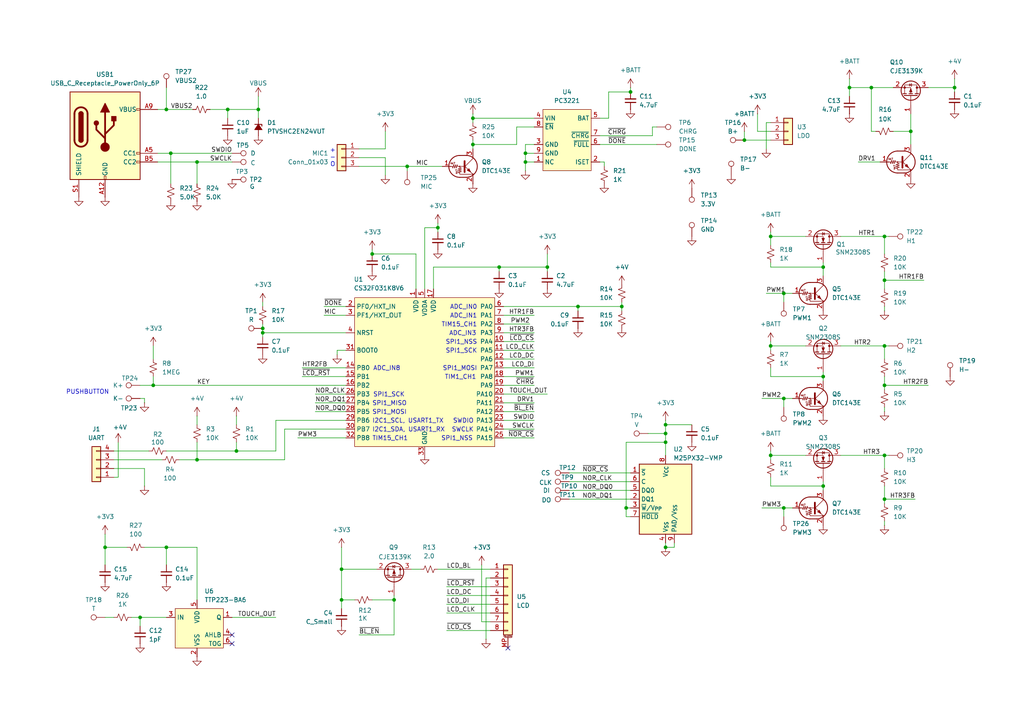
<source format=kicad_sch>
(kicad_sch (version 20250114) (generator "eeschema") (generator_version "9.0")
  (paper "A4")
  (text "SPI1_NSS" (at 138.43 99.314 0) (effects (font (size 1.27 1.27)) (justify right)))
  (text "I2C1_SCL, USART1_TX" (at 107.95 122.174 0) (effects (font (size 1.27 1.27)) (justify left)))
  (text "SPI1_SCK" (at 138.43 101.854 0) (effects (font (size 1.27 1.27)) (justify right)))
  (text "SWDIO" (at 137.414 122.174 0) (effects (font (size 1.27 1.27)) (justify right)))
  (text "SPI1_NSS" (at 137.16 127.254 0) (effects (font (size 1.27 1.27)) (justify right)))
  (text "ADC_IN1" (at 138.43 91.694 0) (effects (font (size 1.27 1.27)) (justify right)))
  (text "SPI1_MOSI" (at 107.95 119.634 0) (effects (font (size 1.27 1.27)) (justify left)))
  (text "SPI1_SCK" (at 108.204 114.554 0) (effects (font (size 1.27 1.27)) (justify left)))
  (text "I2C1_SDA, USART1_RX" (at 107.95 124.714 0) (effects (font (size 1.27 1.27)) (justify left)))
  (text "SPI1_MISO" (at 107.95 117.094 0) (effects (font (size 1.27 1.27)) (justify left)))
  (text "TIM1_CH1" (at 138.176 109.474 0) (effects (font (size 1.27 1.27)) (justify right)))
  (text "TIM15_CH1" (at 138.43 94.234 0) (effects (font (size 1.27 1.27)) (justify right)))
  (text "PUSHBUTTON" (at 25.4 113.792 0) (effects (font (size 1.27 1.27))))
  (text "SWCLK" (at 137.414 124.714 0) (effects (font (size 1.27 1.27)) (justify right)))
  (text "ADC_IN0" (at 138.43 89.154 0) (effects (font (size 1.27 1.27)) (justify right)))
  (text "TIM15_CH1" (at 107.95 127.254 0) (effects (font (size 1.27 1.27)) (justify left)))
  (text "ADC_IN8" (at 108.204 106.934 0) (effects (font (size 1.27 1.27)) (justify left)))
  (text "SPI1_MOSI" (at 138.43 106.934 0) (effects (font (size 1.27 1.27)) (justify right)))
  (text "ADC_IN3" (at 138.176 96.774 0) (effects (font (size 1.27 1.27)) (justify right)))
  (text "+\n-\nO" (at 96.52 45.72 0) (effects (font (size 1.27 1.27))))
  (junction (at 227.33 115.57))
  (junction (at 256.54 68.58))
  (junction (at 252.73 25.4))
  (junction (at 68.58 130.81))
  (junction (at 193.04 158.75))
  (junction (at 181.61 147.32))
  (junction (at 114.3 173.99))
  (junction (at 40.64 179.07))
  (junction (at 107.95 73.66))
  (junction (at 99.06 173.99))
  (junction (at 152.4 44.45))
  (junction (at 118.11 48.26))
  (junction (at 76.2 95.25))
  (junction (at 182.88 26.67))
  (junction (at 246.38 25.4))
  (junction (at 256.54 81.28))
  (junction (at 99.06 165.1))
  (junction (at 57.15 46.99))
  (junction (at 256.54 144.78))
  (junction (at 48.26 158.75))
  (junction (at 66.04 31.75))
  (junction (at 223.52 100.33))
  (junction (at 76.2 96.52))
  (junction (at 238.76 140.97))
  (junction (at 238.76 77.47))
  (junction (at 74.93 31.75))
  (junction (at 223.52 132.08))
  (junction (at 44.45 111.76))
  (junction (at 144.78 77.47))
  (junction (at 227.33 85.09))
  (junction (at 137.16 41.91))
  (junction (at 30.48 158.75))
  (junction (at 256.54 132.08))
  (junction (at 49.53 44.45))
  (junction (at 137.16 34.29))
  (junction (at 152.4 46.99))
  (junction (at 193.04 128.27))
  (junction (at 193.04 123.19))
  (junction (at 180.34 88.9))
  (junction (at 238.76 109.22))
  (junction (at 215.9 40.64))
  (junction (at 276.86 25.4))
  (junction (at 227.33 147.32))
  (junction (at 167.64 88.9))
  (junction (at 256.54 111.76))
  (junction (at 57.15 133.35))
  (junction (at 158.75 77.47))
  (junction (at 48.26 31.75))
  (junction (at 127 66.04))
  (junction (at 256.54 100.33))
  (junction (at 193.04 125.73))
  (junction (at 223.52 68.58))
  (junction (at 264.16 38.1))
  (no_connect (at 147.32 187.96))
  (no_connect (at 67.31 186.69))
  (no_connect (at 67.31 184.15))
  (wire (pts (xy 227.33 115.57) (xy 227.33 118.11)))
  (wire (pts (xy 193.04 125.73) (xy 193.04 128.27)))
  (wire (pts (xy 243.84 132.08) (xy 256.54 132.08)))
  (wire (pts (xy 102.87 173.99) (xy 99.06 173.99)))
  (wire (pts (xy 223.52 71.12) (xy 223.52 68.58)))
  (wire (pts (xy 41.91 116.84) (xy 41.91 115.57)))
  (wire (pts (xy 146.05 109.22) (xy 154.94 109.22)))
  (wire (pts (xy 182.88 25.4) (xy 182.88 26.67)))
  (wire (pts (xy 149.86 41.91) (xy 137.16 41.91)))
  (wire (pts (xy 49.53 44.45) (xy 67.31 44.45)))
  (wire (pts (xy 140.97 185.42) (xy 140.97 167.64)))
  (wire (pts (xy 74.93 31.75) (xy 66.04 31.75)))
  (wire (pts (xy 127 67.31) (xy 127 66.04)))
  (wire (pts (xy 68.58 120.65) (xy 68.58 123.19)))
  (wire (pts (xy 222.25 85.09) (xy 227.33 85.09)))
  (wire (pts (xy 215.9 38.1) (xy 215.9 40.64)))
  (wire (pts (xy 181.61 147.32) (xy 181.61 128.27)))
  (wire (pts (xy 165.1 144.78) (xy 182.88 144.78)))
  (wire (pts (xy 256.54 144.78) (xy 256.54 146.05)))
  (wire (pts (xy 80.01 179.07) (xy 67.31 179.07)))
  (wire (pts (xy 223.52 38.1) (xy 219.71 38.1)))
  (wire (pts (xy 193.04 123.19) (xy 200.66 123.19)))
  (wire (pts (xy 99.06 165.1) (xy 109.22 165.1)))
  (wire (pts (xy 227.33 147.32) (xy 229.87 147.32)))
  (wire (pts (xy 181.61 128.27) (xy 193.04 128.27)))
  (wire (pts (xy 256.54 132.08) (xy 256.54 135.89)))
  (wire (pts (xy 137.16 33.02) (xy 137.16 34.29)))
  (wire (pts (xy 129.54 177.8) (xy 142.24 177.8)))
  (wire (pts (xy 149.86 36.83) (xy 149.86 41.91)))
  (wire (pts (xy 243.84 100.33) (xy 256.54 100.33)))
  (wire (pts (xy 152.4 46.99) (xy 152.4 49.53)))
  (wire (pts (xy 256.54 81.28) (xy 267.97 81.28)))
  (wire (pts (xy 45.72 31.75) (xy 48.26 31.75)))
  (wire (pts (xy 121.92 165.1) (xy 119.38 165.1)))
  (wire (pts (xy 223.52 76.2) (xy 223.52 77.47)))
  (wire (pts (xy 187.96 125.73) (xy 193.04 125.73)))
  (wire (pts (xy 111.76 38.1) (xy 111.76 43.18)))
  (wire (pts (xy 48.26 25.4) (xy 48.26 31.75)))
  (wire (pts (xy 180.34 88.9) (xy 167.64 88.9)))
  (wire (pts (xy 193.04 123.19) (xy 193.04 125.73)))
  (wire (pts (xy 146.05 104.14) (xy 154.94 104.14)))
  (wire (pts (xy 256.54 151.13) (xy 256.54 152.4)))
  (wire (pts (xy 176.53 26.67) (xy 176.53 34.29)))
  (wire (pts (xy 158.75 73.66) (xy 158.75 77.47)))
  (wire (pts (xy 30.48 154.94) (xy 30.48 158.75)))
  (wire (pts (xy 276.86 26.67) (xy 276.86 25.4)))
  (wire (pts (xy 74.93 34.29) (xy 74.93 31.75)))
  (wire (pts (xy 257.81 68.58) (xy 256.54 68.58)))
  (wire (pts (xy 223.52 100.33) (xy 223.52 101.6)))
  (wire (pts (xy 76.2 95.25) (xy 76.2 96.52)))
  (wire (pts (xy 93.98 91.44) (xy 100.33 91.44)))
  (wire (pts (xy 154.94 41.91) (xy 152.4 41.91)))
  (wire (pts (xy 223.52 99.06) (xy 223.52 100.33)))
  (wire (pts (xy 99.06 158.75) (xy 99.06 165.1)))
  (wire (pts (xy 57.15 133.35) (xy 52.07 133.35)))
  (wire (pts (xy 246.38 22.86) (xy 246.38 25.4)))
  (wire (pts (xy 220.98 115.57) (xy 227.33 115.57)))
  (wire (pts (xy 40.64 115.57) (xy 41.91 115.57)))
  (wire (pts (xy 173.99 41.91) (xy 190.5 41.91)))
  (wire (pts (xy 120.65 73.66) (xy 120.65 83.82)))
  (wire (pts (xy 80.01 130.81) (xy 80.01 121.92)))
  (wire (pts (xy 248.92 46.99) (xy 255.27 46.99)))
  (wire (pts (xy 30.48 158.75) (xy 30.48 163.83)))
  (wire (pts (xy 222.25 35.56) (xy 222.25 43.18)))
  (wire (pts (xy 87.63 109.22) (xy 100.33 109.22)))
  (wire (pts (xy 104.14 184.15) (xy 114.3 184.15)))
  (wire (pts (xy 34.29 128.27) (xy 34.29 138.43)))
  (wire (pts (xy 144.78 77.47) (xy 158.75 77.47)))
  (wire (pts (xy 256.54 100.33) (xy 257.81 100.33)))
  (wire (pts (xy 256.54 109.22) (xy 256.54 111.76)))
  (wire (pts (xy 146.05 116.84) (xy 154.94 116.84)))
  (wire (pts (xy 44.45 100.33) (xy 44.45 104.14)))
  (wire (pts (xy 129.54 172.72) (xy 142.24 172.72)))
  (wire (pts (xy 48.26 158.75) (xy 57.15 158.75)))
  (wire (pts (xy 40.64 111.76) (xy 44.45 111.76)))
  (wire (pts (xy 256.54 140.97) (xy 256.54 144.78)))
  (wire (pts (xy 46.99 133.35) (xy 33.02 133.35)))
  (wire (pts (xy 256.54 132.08) (xy 257.81 132.08)))
  (wire (pts (xy 68.58 130.81) (xy 48.26 130.81)))
  (wire (pts (xy 238.76 109.22) (xy 223.52 109.22)))
  (wire (pts (xy 227.33 85.09) (xy 227.33 87.63)))
  (wire (pts (xy 87.63 106.68) (xy 100.33 106.68)))
  (wire (pts (xy 100.33 101.6) (xy 97.79 101.6)))
  (wire (pts (xy 264.16 38.1) (xy 264.16 41.91)))
  (wire (pts (xy 146.05 99.06) (xy 154.94 99.06)))
  (wire (pts (xy 66.04 34.29) (xy 66.04 31.75)))
  (wire (pts (xy 129.54 182.88) (xy 142.24 182.88)))
  (wire (pts (xy 137.16 41.91) (xy 137.16 43.18)))
  (wire (pts (xy 195.58 157.48) (xy 195.58 158.75)))
  (wire (pts (xy 252.73 38.1) (xy 252.73 25.4)))
  (wire (pts (xy 57.15 128.27) (xy 57.15 133.35)))
  (wire (pts (xy 76.2 93.98) (xy 76.2 95.25)))
  (wire (pts (xy 57.15 133.35) (xy 82.55 133.35)))
  (wire (pts (xy 220.98 147.32) (xy 227.33 147.32)))
  (wire (pts (xy 49.53 44.45) (xy 49.53 53.34)))
  (wire (pts (xy 223.52 133.35) (xy 223.52 132.08)))
  (wire (pts (xy 264.16 38.1) (xy 264.16 33.02)))
  (wire (pts (xy 223.52 67.31) (xy 223.52 68.58)))
  (wire (pts (xy 256.54 68.58) (xy 256.54 73.66)))
  (wire (pts (xy 223.52 77.47) (xy 238.76 77.47)))
  (wire (pts (xy 118.11 48.26) (xy 128.27 48.26)))
  (wire (pts (xy 246.38 25.4) (xy 252.73 25.4)))
  (wire (pts (xy 256.54 118.11) (xy 256.54 119.38)))
  (wire (pts (xy 48.26 158.75) (xy 41.91 158.75)))
  (wire (pts (xy 193.04 158.75) (xy 193.04 157.48)))
  (wire (pts (xy 223.52 138.43) (xy 223.52 140.97)))
  (wire (pts (xy 40.64 181.61) (xy 40.64 179.07)))
  (wire (pts (xy 227.33 115.57) (xy 229.87 115.57)))
  (wire (pts (xy 33.02 179.07) (xy 30.48 179.07)))
  (wire (pts (xy 146.05 127) (xy 154.94 127)))
  (wire (pts (xy 80.01 121.92) (xy 100.33 121.92)))
  (wire (pts (xy 154.94 36.83) (xy 149.86 36.83)))
  (wire (pts (xy 254 38.1) (xy 252.73 38.1)))
  (wire (pts (xy 256.54 78.74) (xy 256.54 81.28)))
  (wire (pts (xy 44.45 111.76) (xy 100.33 111.76)))
  (wire (pts (xy 256.54 81.28) (xy 256.54 83.82)))
  (wire (pts (xy 227.33 85.09) (xy 229.87 85.09)))
  (wire (pts (xy 223.52 132.08) (xy 233.68 132.08)))
  (wire (pts (xy 193.04 158.75) (xy 195.58 158.75)))
  (wire (pts (xy 139.7 163.83) (xy 139.7 180.34)))
  (wire (pts (xy 36.83 158.75) (xy 30.48 158.75)))
  (wire (pts (xy 100.33 119.38) (xy 91.44 119.38)))
  (wire (pts (xy 146.05 124.46) (xy 154.94 124.46)))
  (wire (pts (xy 165.1 139.7) (xy 182.88 139.7)))
  (wire (pts (xy 165.1 142.24) (xy 182.88 142.24)))
  (wire (pts (xy 125.73 77.47) (xy 125.73 83.82)))
  (wire (pts (xy 165.1 137.16) (xy 182.88 137.16)))
  (wire (pts (xy 125.73 77.47) (xy 144.78 77.47)))
  (wire (pts (xy 146.05 119.38) (xy 154.94 119.38)))
  (wire (pts (xy 123.19 66.04) (xy 127 66.04)))
  (wire (pts (xy 190.5 36.83) (xy 189.23 36.83)))
  (wire (pts (xy 238.76 142.24) (xy 238.76 140.97)))
  (wire (pts (xy 111.76 45.72) (xy 104.14 45.72)))
  (wire (pts (xy 154.94 34.29) (xy 137.16 34.29)))
  (wire (pts (xy 74.93 27.94) (xy 74.93 31.75)))
  (wire (pts (xy 129.54 170.18) (xy 142.24 170.18)))
  (wire (pts (xy 38.1 179.07) (xy 40.64 179.07)))
  (wire (pts (xy 99.06 173.99) (xy 99.06 165.1)))
  (wire (pts (xy 152.4 44.45) (xy 154.94 44.45)))
  (wire (pts (xy 176.53 26.67) (xy 182.88 26.67)))
  (wire (pts (xy 243.84 68.58) (xy 256.54 68.58)))
  (wire (pts (xy 127 165.1) (xy 142.24 165.1)))
  (wire (pts (xy 80.01 130.81) (xy 68.58 130.81)))
  (wire (pts (xy 57.15 46.99) (xy 57.15 53.34)))
  (wire (pts (xy 100.33 127) (xy 86.36 127)))
  (wire (pts (xy 57.15 120.65) (xy 57.15 123.19)))
  (wire (pts (xy 259.08 38.1) (xy 264.16 38.1)))
  (wire (pts (xy 144.78 78.74) (xy 144.78 77.47)))
  (wire (pts (xy 152.4 44.45) (xy 152.4 46.99)))
  (wire (pts (xy 180.34 87.63) (xy 180.34 88.9)))
  (wire (pts (xy 34.29 138.43) (xy 33.02 138.43)))
  (wire (pts (xy 238.76 80.01) (xy 238.76 77.47)))
  (wire (pts (xy 100.33 114.3) (xy 91.44 114.3)))
  (wire (pts (xy 146.05 101.6) (xy 154.94 101.6)))
  (wire (pts (xy 99.06 173.99) (xy 99.06 176.53)))
  (wire (pts (xy 44.45 109.22) (xy 44.45 111.76)))
  (wire (pts (xy 45.72 44.45) (xy 49.53 44.45)))
  (wire (pts (xy 93.98 88.9) (xy 100.33 88.9)))
  (wire (pts (xy 238.76 139.7) (xy 238.76 140.97)))
  (wire (pts (xy 118.11 48.26) (xy 118.11 49.53)))
  (wire (pts (xy 256.54 111.76) (xy 256.54 113.03)))
  (wire (pts (xy 114.3 173.99) (xy 114.3 172.72)))
  (wire (pts (xy 114.3 173.99) (xy 107.95 173.99)))
  (wire (pts (xy 223.52 35.56) (xy 222.25 35.56)))
  (wire (pts (xy 76.2 96.52) (xy 100.33 96.52)))
  (wire (pts (xy 175.26 48.26) (xy 175.26 46.99)))
  (wire (pts (xy 41.91 135.89) (xy 41.91 140.97)))
  (wire (pts (xy 146.05 106.68) (xy 154.94 106.68)))
  (wire (pts (xy 114.3 184.15) (xy 114.3 173.99)))
  (wire (pts (xy 256.54 100.33) (xy 256.54 104.14)))
  (wire (pts (xy 182.88 149.86) (xy 181.61 149.86)))
  (wire (pts (xy 68.58 128.27) (xy 68.58 130.81)))
  (wire (pts (xy 146.05 88.9) (xy 167.64 88.9)))
  (wire (pts (xy 219.71 33.02) (xy 219.71 38.1)))
  (wire (pts (xy 246.38 25.4) (xy 246.38 27.94)))
  (wire (pts (xy 215.9 40.64) (xy 223.52 40.64)))
  (wire (pts (xy 100.33 116.84) (xy 91.44 116.84)))
  (wire (pts (xy 276.86 25.4) (xy 269.24 25.4)))
  (wire (pts (xy 104.14 43.18) (xy 111.76 43.18)))
  (wire (pts (xy 48.26 31.75) (xy 55.88 31.75)))
  (wire (pts (xy 146.05 114.3) (xy 158.75 114.3)))
  (wire (pts (xy 129.54 175.26) (xy 142.24 175.26)))
  (wire (pts (xy 153.67 93.98) (xy 146.05 93.98)))
  (wire (pts (xy 252.73 25.4) (xy 259.08 25.4)))
  (wire (pts (xy 223.52 100.33) (xy 233.68 100.33)))
  (wire (pts (xy 76.2 87.63) (xy 76.2 88.9)))
  (wire (pts (xy 181.61 149.86) (xy 181.61 147.32)))
  (wire (pts (xy 137.16 41.91) (xy 137.16 40.64)))
  (wire (pts (xy 33.02 135.89) (xy 41.91 135.89)))
  (wire (pts (xy 167.64 90.17) (xy 167.64 88.9)))
  (wire (pts (xy 223.52 140.97) (xy 238.76 140.97)))
  (wire (pts (xy 256.54 111.76) (xy 269.24 111.76)))
  (wire (pts (xy 127 64.77) (xy 127 66.04)))
  (wire (pts (xy 57.15 158.75) (xy 57.15 173.99)))
  (wire (pts (xy 152.4 46.99) (xy 154.94 46.99)))
  (wire (pts (xy 146.05 121.92) (xy 154.94 121.92)))
  (wire (pts (xy 256.54 88.9) (xy 256.54 90.17)))
  (wire (pts (xy 238.76 107.95) (xy 238.76 109.22)))
  (wire (pts (xy 40.64 179.07) (xy 48.26 179.07)))
  (wire (pts (xy 111.76 50.8) (xy 111.76 45.72)))
  (wire (pts (xy 45.72 46.99) (xy 57.15 46.99)))
  (wire (pts (xy 140.97 167.64) (xy 142.24 167.64)))
  (wire (pts (xy 180.34 88.9) (xy 180.34 90.17)))
  (wire (pts (xy 139.7 180.34) (xy 142.24 180.34)))
  (wire (pts (xy 146.05 91.44) (xy 154.94 91.44)))
  (wire (pts (xy 57.15 46.99) (xy 67.31 46.99)))
  (wire (pts (xy 276.86 22.86) (xy 276.86 25.4)))
  (wire (pts (xy 181.61 147.32) (xy 182.88 147.32)))
  (wire (pts (xy 123.19 66.04) (xy 123.19 83.82)))
  (wire (pts (xy 189.23 36.83) (xy 189.23 39.37)))
  (wire (pts (xy 146.05 111.76) (xy 154.94 111.76)))
  (wire (pts (xy 176.53 34.29) (xy 173.99 34.29)))
  (wire (pts (xy 146.05 96.52) (xy 154.94 96.52)))
  (wire (pts (xy 173.99 39.37) (xy 189.23 39.37)))
  (wire (pts (xy 256.54 144.78) (xy 265.43 144.78)))
  (wire (pts (xy 227.33 147.32) (xy 227.33 149.86)))
  (wire (pts (xy 193.04 128.27) (xy 193.04 132.08)))
  (wire (pts (xy 158.75 77.47) (xy 158.75 78.74)))
  (wire (pts (xy 104.14 48.26) (xy 118.11 48.26)))
  (wire (pts (xy 193.04 121.92) (xy 193.04 123.19)))
  (wire (pts (xy 223.52 130.81) (xy 223.52 132.08)))
  (wire (pts (xy 223.52 106.68) (xy 223.52 109.22)))
  (wire (pts (xy 76.2 96.52) (xy 76.2 97.79)))
  (wire (pts (xy 152.4 41.91) (xy 152.4 44.45)))
  (wire (pts (xy 82.55 133.35) (xy 82.55 124.46)))
  (wire (pts (xy 33.02 130.81) (xy 43.18 130.81)))
  (wire (pts (xy 82.55 124.46) (xy 100.33 124.46)))
  (wire (pts (xy 97.79 101.6) (xy 97.79 102.87)))
  (wire (pts (xy 223.52 68.58) (xy 233.68 68.58)))
  (wire (pts (xy 238.76 110.49) (xy 238.76 109.22)))
  (wire (pts (xy 137.16 34.29) (xy 137.16 35.56)))
  (wire (pts (xy 173.99 46.99) (xy 175.26 46.99)))
  (wire (pts (xy 107.95 72.39) (xy 107.95 73.66)))
  (wire (pts (xy 48.26 163.83) (xy 48.26 158.75)))
  (wire (pts (xy 60.96 31.75) (xy 66.04 31.75)))
  (wire (pts (xy 107.95 73.66) (xy 120.65 73.66)))
  (wire (pts (xy 238.76 76.2) (xy 238.76 77.47)))
  (label "PWM2" (at 220.98 115.57 0))
  (label "LCD_DC" (at 154.94 104.14 180))
  (label "HTR3FB" (at 265.43 144.78 180))
  (label "HTR3" (at 255.27 132.08 180))
  (label "LCD_BL" (at 129.54 165.1 0))
  (label "HTR1FB" (at 267.97 81.28 180))
  (label "PWM1" (at 222.25 85.09 0))
  (label "MIC" (at 93.98 91.44 0))
  (label "NOR_CLK" (at 168.91 139.7 0))
  (label "~{NOR_CS}" (at 168.91 137.16 0))
  (label "PWM1" (at 154.94 109.22 180))
  (label "LCD_DI" (at 129.54 175.26 0))
  (label "TOUCH_OUT" (at 80.01 179.07 180))
  (label "~{DONE}" (at 181.61 41.91 180))
  (label "~{CHRG}" (at 181.61 39.37 180))
  (label "~{BL_EN}" (at 154.94 119.38 180))
  (label "PWM3" (at 86.36 127 0))
  (label "PWM2" (at 153.67 93.98 180))
  (label "TOUCH_OUT" (at 158.75 114.3 180))
  (label "~{LCD_RST}" (at 129.54 170.18 0))
  (label "NOR_CLK" (at 91.44 114.3 0))
  (label "NOR_DQ1" (at 91.44 116.84 0))
  (label "LCD_CLK" (at 129.54 177.8 0))
  (label "~{LCD_CS}" (at 154.94 99.06 180))
  (label "SWDIO" (at 67.31 44.45 180))
  (label "HTR2" (at 247.65 100.33 0))
  (label "~{BL_EN}" (at 104.14 184.15 0))
  (label "SWCLK" (at 67.31 46.99 180))
  (label "~{LCD_CS}" (at 129.54 182.88 0))
  (label "LCD_CLK" (at 154.94 101.6 180))
  (label "HTR1FB" (at 154.94 91.44 180))
  (label "KEY" (at 57.15 111.76 0))
  (label "VBUS2" (at 49.53 31.75 0))
  (label "~{LCD_RST}" (at 87.63 109.22 0))
  (label "LCD_DC" (at 129.54 172.72 0))
  (label "SWDIO" (at 154.94 121.92 180))
  (label "DRV1" (at 248.92 46.99 0))
  (label "HTR1" (at 248.92 68.58 0))
  (label "DRV1" (at 154.94 116.84 180))
  (label "~{DONE}" (at 93.98 88.9 0))
  (label "MIC" (at 120.65 48.26 0))
  (label "LCD_DI" (at 154.94 106.68 180))
  (label "NOR_DQ1" (at 168.91 144.78 0))
  (label "HTR3FB" (at 154.94 96.52 180))
  (label "PWM3" (at 220.98 147.32 0))
  (label "~{CHRG}" (at 154.94 111.76 180))
  (label "NOR_DQ0" (at 168.91 142.24 0))
  (label "NOR_DQ0" (at 91.44 119.38 0))
  (label "~{NOR_CS}" (at 154.94 127 180))
  (label "SWCLK" (at 154.94 124.46 180))
  (label "HTR2FB" (at 87.63 106.68 0))
  (label "HTR2FB" (at 269.24 111.76 180))
  (symbol (lib_id "power:+3V3") (at 99.06 158.75 0) (mirror y) (unit 1)
    (property "Reference" "#PWR065" (effects (hide yes)))
    (property "Value" "+3V3" (at 99.06 153.67 0))
    (property "Description" "Power symbol creates a global label with name \"+3V3\"" (effects (hide yes)))
  )
  (symbol (lib_id "power:+BATT") (at 223.52 99.06 0) (unit 1)
    (property "Reference" "#PWR023" (effects (hide yes)))
    (property "Value" "+BATT" (at 223.52 93.98 0))
    (property "Description" "Power symbol creates a global label with name \"+BATT\"" (effects (hide yes)))
  )
  (symbol (lib_id "Connector:TestPoint") (at 257.81 68.58 270) (unit 1)
    (property "Reference" "TP22" (at 262.89 67.3099 90) (effects (justify left)))
    (property "Value" "H1" (at 262.89 69.8499 90) (effects (justify left)))
    (property "Footprint" "TestPoint:TestPoint_Pad_D1.5mm" (effects (hide yes)))
    (property "Description" "test point" (effects (hide yes)))
  )
  (symbol (lib_id "Device:C_Small") (at 246.38 30.48 0) (mirror x) (unit 1)
    (property "Reference" "C13" (at 243.84 29.2035 0) (effects (justify right)))
    (property "Value" "4.7uF" (at 243.84 31.7435 0) (effects (justify right)))
    (property "Footprint" "Capacitor_SMD:C_0402_1005Metric" (effects (hide yes)))
    (property "Description" "Unpolarized capacitor, small symbol" (effects (hide yes)))
  )
  (symbol (lib_id "Transistor_FET:Q_NMOS_GSD") (at 238.76 71.12 270) (mirror x) (unit 1)
    (property "Reference" "Q1" (at 242.57 70.866 90) (effects (justify left)))
    (property "Value" "SNM2308S" (at 242.316 73.152 90) (effects (justify left)))
    (property "Footprint" "Active:SOT95P230X117-3" (effects (hide yes)))
    (property "Description" "N-MOSFET transistor, gate/source/drain" (effects (hide yes)))
    (property "Topmark" "2308" (effects (hide yes)))
  )
  (symbol (lib_id "Device:R_Small_US") (at 137.16 38.1 180) (unit 1)
    (property "Reference" "R25" (at 139.7 36.8299 0) (effects (justify right)))
    (property "Value" "10K" (at 139.7 39.3699 0) (effects (justify right)))
    (property "Footprint" "Resistor_SMD:R_0402_1005Metric" (effects (hide yes)))
    (property "Description" "Resistor, small US symbol" (effects (hide yes)))
  )
  (symbol (lib_id "power:VBUS") (at 137.16 33.02 0) (unit 1)
    (property "Reference" "#PWR034" (effects (hide yes)))
    (property "Value" "VBUS" (at 137.16 29.21 0))
    (property "Description" "Power symbol creates a global label with name \"VBUS\"" (effects (hide yes)))
  )
  (symbol (lib_id "Device:R_Small_US") (at 180.34 85.09 0) (mirror x) (unit 1)
    (property "Reference" "R14" (at 177.8 83.8199 0) (effects (justify right)))
    (property "Value" "10K" (at 177.8 86.3599 0) (effects (justify right)))
    (property "Footprint" "Resistor_SMD:R_0402_1005Metric" (effects (hide yes)))
    (property "Description" "Resistor, small US symbol" (effects (hide yes)))
  )
  (symbol (lib_id "power:GND") (at 238.76 152.4 0) (unit 1)
    (property "Reference" "#PWR061" (effects (hide yes)))
    (property "Value" "GND" (effects (hide yes)))
    (property "Description" "Power symbol creates a global label with name \"GND\" , ground" (effects (hide yes)))
  )
  (symbol (lib_id "VapeRE:PC3221") (at 157.48 31.75 0) (unit 1)
    (property "Reference" "U4" (at 164.465 26.67 0))
    (property "Value" "PC3221" (at 164.465 29.21 0))
    (property "Footprint" "Package_SO:HSOP-8-1EP_3.9x4.9mm_P1.27mm_EP2.41x3.1mm" (effects (hide yes)))
    (property "Datasheet" "Equivalent to TP4056" (effects (hide yes)))
  )
  (symbol (lib_id "Device:R_Small_US") (at 175.26 50.8 0) (unit 1)
    (property "Reference" "R21" (at 177.8 49.5299 0) (effects (justify left)))
    (property "Value" "1K" (at 177.8 52.0699 0) (effects (justify left)))
    (property "Footprint" "Resistor_SMD:R_0402_1005Metric" (effects (hide yes)))
    (property "Description" "Resistor, small US symbol" (effects (hide yes)))
  )
  (symbol (lib_id "power:GND") (at 152.4 49.53 0) (unit 1)
    (property "Reference" "#PWR051" (effects (hide yes)))
    (property "Value" "GND" (effects (hide yes)))
    (property "Description" "Power symbol creates a global label with name \"GND\" , ground" (effects (hide yes)))
  )
  (symbol (lib_id "Device:R_Small_US") (at 256.54 138.43 180) (unit 1)
    (property "Reference" "R10" (at 259.08 137.1599 0) (effects (justify right)))
    (property "Value" "10K" (at 259.08 139.6999 0) (effects (justify right)))
    (property "Footprint" "Resistor_SMD:R_0402_1005Metric" (effects (hide yes)))
    (property "Description" "Resistor, small US symbol" (effects (hide yes)))
  )
  (symbol (lib_id "power:+BATT") (at 215.9 38.1 0) (unit 1)
    (property "Reference" "#PWR018" (effects (hide yes)))
    (property "Value" "+BATT" (at 215.9 33.02 0))
    (property "Description" "Power symbol creates a global label with name \"+BATT\"" (effects (hide yes)))
  )
  (symbol (lib_id "power:+4V") (at 57.15 120.65 0) (unit 1)
    (property "Reference" "#PWR056" (effects (hide yes)))
    (property "Value" "+4V" (at 57.15 115.57 0))
    (property "Description" "Power symbol creates a global label with name \"+4V\"" (effects (hide yes)))
  )
  (symbol (lib_id "power:+3V3") (at 127 64.77 0) (unit 1)
    (property "Reference" "#PWR067" (effects (hide yes)))
    (property "Value" "+3V3" (at 127 59.69 0))
    (property "Description" "Power symbol creates a global label with name \"+3V3\"" (effects (hide yes)))
  )
  (symbol (lib_id "Device:R_Small_US") (at 256.54 38.1 270) (mirror x) (unit 1)
    (property "Reference" "R16" (at 254.762 31.75 90) (effects (justify left)))
    (property "Value" "10K" (at 254.762 34.544 90) (effects (justify left)))
    (property "Footprint" "Resistor_SMD:R_0402_1005Metric" (effects (hide yes)))
    (property "Description" "Resistor, small US symbol" (effects (hide yes)))
  )
  (symbol (lib_id "power:GND") (at 22.86 57.15 0) (unit 1)
    (property "Reference" "#PWR02" (effects (hide yes)))
    (property "Value" "GND" (effects (hide yes)))
    (property "Description" "Power symbol creates a global label with name \"GND\" , ground" (effects (hide yes)))
  )
  (symbol (lib_id "Device:R_Small_US") (at 45.72 130.81 90) (unit 1)
    (property "Reference" "R2" (at 45.72 125.984 90))
    (property "Value" "100" (at 45.72 128.27 90))
    (property "Footprint" "Resistor_SMD:R_0402_1005Metric" (effects (hide yes)))
    (property "Description" "Resistor, small US symbol" (effects (hide yes)))
  )
  (symbol (lib_id "Transistor_BJT:DTC143E") (at 134.62 48.26 0) (unit 1)
    (property "Reference" "Q8" (at 139.7 46.9899 0) (effects (justify left)))
    (property "Value" "DTC143E" (at 139.7 49.5299 0) (effects (justify left)))
    (property "Footprint" "Package_TO_SOT_SMD:SOT-523" (effects (hide yes)))
    (property "Description" "Digital NPN Transistor, 4k7/4k7, SOT-23" (effects (hide yes)))
    (property "Topmark" "23" (effects (hide yes)))
  )
  (symbol (lib_id "power:+3V3") (at 107.95 72.39 0) (unit 1)
    (property "Reference" "#PWR010" (effects (hide yes)))
    (property "Value" "+3V3" (at 107.95 67.31 0))
    (property "Description" "Power symbol creates a global label with name \"+3V3\"" (effects (hide yes)))
  )
  (symbol (lib_id "Device:R_Small_US") (at 44.45 106.68 180) (unit 1)
    (property "Reference" "R8" (at 46.99 105.4099 0) (effects (justify right)))
    (property "Value" "1MEG" (at 46.99 107.9499 0) (effects (justify right)))
    (property "Footprint" "Resistor_SMD:R_0402_1005Metric" (effects (hide yes)))
    (property "Description" "Resistor, small US symbol" (effects (hide yes)))
  )
  (symbol (lib_id "Device:C_Small") (at 127 69.85 0) (unit 1)
    (property "Reference" "C8" (at 129.54 68.5862 0) (effects (justify left)))
    (property "Value" "0.1uF" (at 129.54 71.1262 0) (effects (justify left)))
    (property "Footprint" "Capacitor_SMD:C_0402_1005Metric" (effects (hide yes)))
    (property "Description" "Unpolarized capacitor, small symbol" (effects (hide yes)))
  )
  (symbol (lib_id "power:GND") (at 238.76 120.65 0) (unit 1)
    (property "Reference" "#PWR060" (effects (hide yes)))
    (property "Value" "GND" (effects (hide yes)))
    (property "Description" "Power symbol creates a global label with name \"GND\" , ground" (effects (hide yes)))
  )
  (symbol (lib_id "Connector:USB_C_Receptacle_PowerOnly_6P") (at 30.48 39.37 0) (unit 1)
    (property "Reference" "USB1" (at 30.48 21.59 0))
    (property "Value" "USB_C_Receptacle_PowerOnly_6P" (at 30.48 24.13 0))
    (property "Footprint" "Connector_USB:USB_C_Receptacle_HRO_TYPE-C-31-M-17" (effects (hide yes)))
    (property "Datasheet" "https://www.usb.org/sites/default/files/documents/usb_type-c.zip" (effects (hide yes)))
    (property "Description" "USB Power-Only 6P Type-C Receptacle connector" (effects (hide yes)))
  )
  (symbol (lib_id "Connector:TestPoint") (at 67.31 46.99 270) (unit 1)
    (property "Reference" "TP3" (at 68.326 49.784 90) (effects (justify left)))
    (property "Value" "C" (at 72.644 47.244 90) (effects (justify left)))
    (property "Footprint" "TestPoint:TestPoint_Pad_D1.0mm" (effects (hide yes)))
    (property "Description" "test point" (effects (hide yes)))
  )
  (symbol (lib_id "Device:C_Small") (at 158.75 81.28 180) (unit 1)
    (property "Reference" "C2" (at 161.29 80.0035 0) (effects (justify right)))
    (property "Value" "4.7uF" (at 161.29 82.5435 0) (effects (justify right)))
    (property "Footprint" "Capacitor_SMD:C_0402_1005Metric" (effects (hide yes)))
    (property "Description" "Unpolarized capacitor, small symbol" (effects (hide yes)))
  )
  (symbol (lib_id "power:+4V") (at 180.34 82.55 0) (mirror y) (unit 1)
    (property "Reference" "#PWR052" (effects (hide yes)))
    (property "Value" "+4V" (at 180.34 77.47 0))
    (property "Description" "Power symbol creates a global label with name \"+4V\"" (effects (hide yes)))
  )
  (symbol (lib_id "Connector:TestPoint") (at 200.66 68.58 0) (unit 1)
    (property "Reference" "TP14" (at 203.2 64.0079 0) (effects (justify left)))
    (property "Value" "GND" (at 203.2 66.5479 0) (effects (justify left)))
    (property "Footprint" "TestPoint:TestPoint_Pad_D1.0mm" (effects (hide yes)))
    (property "Description" "test point" (effects (hide yes)))
  )
  (symbol (lib_id "Device:C_Small") (at 99.06 179.07 0) (mirror x) (unit 1)
    (property "Reference" "C4" (at 96.52 177.7935 0) (effects (justify right)))
    (property "Value" "C_Small" (at 96.52 180.3335 0) (effects (justify right)))
    (property "Footprint" "Capacitor_SMD:C_0402_1005Metric" (effects (hide yes)))
    (property "Description" "Unpolarized capacitor, small symbol" (effects (hide yes)))
  )
  (symbol (lib_id "Device:R_Small_US") (at 256.54 106.68 0) (unit 1)
    (property "Reference" "R6" (at 259.08 105.4099 0) (effects (justify left)))
    (property "Value" "10K" (at 259.08 107.9499 0) (effects (justify left)))
    (property "Footprint" "Resistor_SMD:R_0402_1005Metric" (effects (hide yes)))
    (property "Description" "Resistor, small US symbol" (effects (hide yes)))
  )
  (symbol (lib_id "VapeRE:TTP223-BA6") (at 50.8 176.53 0) (unit 1)
    (property "Reference" "U6" (at 59.2933 171.45 0) (effects (justify left)))
    (property "Value" "TTP223-BA6" (at 59.2933 173.99 0) (effects (justify left)))
    (property "Footprint" "Active:SOT95P305X110-6" (effects (hide yes)))
    (property "Topmark" "3DC6B BD30" (effects (hide yes)))
  )
  (symbol (lib_id "Transistor_FET:Q_NMOS_GSD") (at 238.76 134.62 270) (mirror x) (unit 1)
    (property "Reference" "Q3" (at 238.76 127 90))
    (property "Value" "SNM2308S" (at 238.76 129.54 90))
    (property "Footprint" "Active:SOT95P230X117-3" (effects (hide yes)))
    (property "Description" "N-MOSFET transistor, gate/source/drain" (effects (hide yes)))
    (property "Topmark" "2308" (effects (hide yes)))
  )
  (symbol (lib_id "Device:C_Small") (at 167.64 92.71 0) (unit 1)
    (property "Reference" "C9" (at 165.1 91.4462 0) (effects (justify right)))
    (property "Value" "0.1uF" (at 165.1 93.9862 0) (effects (justify right)))
    (property "Footprint" "Capacitor_SMD:C_0402_1005Metric" (effects (hide yes)))
    (property "Description" "Unpolarized capacitor, small symbol" (effects (hide yes)))
  )
  (symbol (lib_id "Memory_Flash:M25PX32-VMP") (at 193.04 144.78 0) (unit 1)
    (property "Reference" "U2" (at 195.326 130.302 0) (effects (justify left)))
    (property "Value" "M25PX32-VMP" (at 195.326 132.842 0) (effects (justify left)))
    (property "Footprint" "Package_SON:Winbond_USON-8-1EP_3x2mm_P0.5mm_EP0.2x1.6mm" (effects (hide yes)))
    (property "Datasheet" "https://www.mouser.de/datasheet/2/671/M25PX32-1282938.pdf" (effects (hide yes)))
    (property "Description" "32Mb, Dual I/O, 4KB Subsector Erase, 3V Serial Flash Memory with 75 MHz SPI Bus Interface, DFN-8" (effects (hide yes)))
  )
  (symbol (lib_id "power:GND") (at 256.54 152.4 0) (unit 1)
    (property "Reference" "#PWR019" (effects (hide yes)))
    (property "Value" "GND" (effects (hide yes)))
    (property "Description" "Power symbol creates a global label with name \"GND\" , ground" (effects (hide yes)))
  )
  (symbol (lib_id "power:+BATT") (at 223.52 67.31 0) (unit 1)
    (property "Reference" "#PWR025" (effects (hide yes)))
    (property "Value" "+BATT" (at 223.52 62.23 0))
    (property "Description" "Power symbol creates a global label with name \"+BATT\"" (effects (hide yes)))
  )
  (symbol (lib_id "Connector:TestPoint") (at 165.1 137.16 90) (unit 1)
    (property "Reference" "TP12" (at 164.592 135.636 90))
    (property "Value" "CS" (at 158.242 137.16 90))
    (property "Footprint" "TestPoint:TestPoint_Pad_D1.0mm" (effects (hide yes)))
    (property "Description" "test point" (effects (hide yes)))
  )
  (symbol (lib_id "Connector:TestPoint") (at 40.64 115.57 90) (unit 1)
    (property "Reference" "TP23" (at 39.878 118.364 90) (effects (justify left)))
    (property "Value" "K-" (at 35.814 115.57 90) (effects (justify left)))
    (property "Footprint" "TestPoint:TestPoint_Pad_D1.5mm" (effects (hide yes)))
    (property "Description" "test point" (effects (hide yes)))
  )
  (symbol (lib_id "power:+3V3") (at 30.48 154.94 0) (mirror y) (unit 1)
    (property "Reference" "#PWR037" (effects (hide yes)))
    (property "Value" "+3V3" (at 30.48 149.86 0))
    (property "Description" "Power symbol creates a global label with name \"+3V3\"" (effects (hide yes)))
  )
  (symbol (lib_id "power:GND") (at 222.25 43.18 0) (unit 1)
    (property "Reference" "#PWR042" (effects (hide yes)))
    (property "Value" "GND" (effects (hide yes)))
    (property "Description" "Power symbol creates a global label with name \"GND\" , ground" (effects (hide yes)))
  )
  (symbol (lib_id "power:+3V3") (at 158.75 73.66 0) (unit 1)
    (property "Reference" "#PWR069" (effects (hide yes)))
    (property "Value" "+3V3" (at 158.75 68.58 0))
    (property "Description" "Power symbol creates a global label with name \"+3V3\"" (effects (hide yes)))
  )
  (symbol (lib_id "power:GND") (at 123.19 132.08 0) (unit 1)
    (property "Reference" "#PWR068" (effects (hide yes)))
    (property "Value" "GND" (effects (hide yes)))
    (property "Description" "Power symbol creates a global label with name \"GND\" , ground" (effects (hide yes)))
  )
  (symbol (lib_id "power:GND") (at 137.16 53.34 0) (unit 1)
    (property "Reference" "#PWR028" (effects (hide yes)))
    (property "Value" "GND" (effects (hide yes)))
    (property "Description" "Power symbol creates a global label with name \"GND\" , ground" (effects (hide yes)))
  )
  (symbol (lib_id "Device:C_Small") (at 107.95 76.2 0) (unit 1)
    (property "Reference" "C6" (at 110.49 74.9362 0) (effects (justify left)))
    (property "Value" "0.1uF" (at 110.49 77.4762 0) (effects (justify left)))
    (property "Footprint" "Capacitor_SMD:C_0402_1005Metric" (effects (hide yes)))
    (property "Description" "Unpolarized capacitor, small symbol" (effects (hide yes)))
  )
  (symbol (lib_id "Connector:TestPoint") (at 48.26 25.4 0) (unit 1)
    (property "Reference" "TP27" (at 50.8 20.8279 0) (effects (justify left)))
    (property "Value" "VBUS2" (at 50.8 23.3679 0) (effects (justify left)))
    (property "Footprint" "TestPoint:TestPoint_Pad_D1.5mm" (effects (hide yes)))
    (property "Description" "test point" (effects (hide yes)))
  )
  (symbol (lib_id "Connector:TestPoint") (at 200.66 54.61 180) (unit 1)
    (property "Reference" "TP13" (at 203.2 56.6419 0) (effects (justify right)))
    (property "Value" "3.3V" (at 203.2 59.1819 0) (effects (justify right)))
    (property "Footprint" "TestPoint:TestPoint_Pad_D1.0mm" (effects (hide yes)))
    (property "Description" "test point" (effects (hide yes)))
  )
  (symbol (lib_id "Connector:TestPoint") (at 257.81 100.33 270) (unit 1)
    (property "Reference" "TP21" (at 262.89 99.0599 90) (effects (justify left)))
    (property "Value" "H2" (at 262.89 101.5999 90) (effects (justify left)))
    (property "Footprint" "TestPoint:TestPoint_Pad_D1.5mm" (effects (hide yes)))
    (property "Description" "test point" (effects (hide yes)))
  )
  (symbol (lib_id "power:GND") (at 74.93 39.37 0) (unit 1)
    (property "Reference" "#PWR035" (effects (hide yes)))
    (property "Value" "GND" (effects (hide yes)))
    (property "Description" "Power symbol creates a global label with name \"GND\" , ground" (effects (hide yes)))
  )
  (symbol (lib_id "power:GND") (at 200.66 68.58 0) (unit 1)
    (property "Reference" "#PWR063" (effects (hide yes)))
    (property "Value" "GND" (effects (hide yes)))
    (property "Description" "Power symbol creates a global label with name \"GND\" , ground" (effects (hide yes)))
  )
  (symbol (lib_id "power:GND") (at 140.97 185.42 0) (unit 1)
    (property "Reference" "#PWR029" (effects (hide yes)))
    (property "Value" "GND" (effects (hide yes)))
    (property "Description" "Power symbol creates a global label with name \"GND\" , ground" (effects (hide yes)))
  )
  (symbol (lib_id "Connector:TestPoint") (at 227.33 87.63 180) (unit 1)
    (property "Reference" "TP7" (at 229.87 89.6619 0) (effects (justify right)))
    (property "Value" "PWM1" (at 229.87 92.2019 0) (effects (justify right)))
    (property "Footprint" "TestPoint:TestPoint_Pad_D1.0mm" (effects (hide yes)))
    (property "Description" "test point" (effects (hide yes)))
  )
  (symbol (lib_id "power:GND") (at 111.76 50.8 0) (mirror y) (unit 1)
    (property "Reference" "#PWR045" (effects (hide yes)))
    (property "Value" "GND" (effects (hide yes)))
    (property "Description" "Power symbol creates a global label with name \"GND\" , ground" (effects (hide yes)))
  )
  (symbol (lib_id "power:GND") (at 107.95 78.74 0) (unit 1)
    (property "Reference" "#PWR09" (effects (hide yes)))
    (property "Value" "GND" (effects (hide yes)))
    (property "Description" "Power symbol creates a global label with name \"GND\" , ground" (effects (hide yes)))
  )
  (symbol (lib_id "Transistor_FET:Q_PMOS_GSD") (at 114.3 167.64 270) (mirror x) (unit 1)
    (property "Reference" "Q9" (at 112.776 158.75 90) (effects (justify left)))
    (property "Value" "CJE3139K" (at 109.728 161.544 90) (effects (justify left)))
    (property "Footprint" "Package_TO_SOT_SMD:SOT-523" (effects (hide yes)))
    (property "Description" "P-MOSFET transistor, gate/source/drain" (effects (hide yes)))
    (property "Topmark" "39K" (effects (hide yes)))
  )
  (symbol (lib_id "power:+BATT") (at 246.38 22.86 0) (mirror y) (unit 1)
    (property "Reference" "#PWR050" (effects (hide yes)))
    (property "Value" "+BATT" (at 246.38 17.78 0))
    (property "Description" "Power symbol creates a global label with name \"+BATT\"" (effects (hide yes)))
  )
  (symbol (lib_id "power:GND") (at 144.78 83.82 0) (unit 1)
    (property "Reference" "#PWR026" (effects (hide yes)))
    (property "Value" "GND" (effects (hide yes)))
    (property "Description" "Power symbol creates a global label with name \"GND\" , ground" (effects (hide yes)))
  )
  (symbol (lib_id "Connector_Generic:Conn_01x03") (at 228.6 38.1 0) (unit 1)
    (property "Reference" "U3" (at 231.14 36.8299 0) (effects (justify left)))
    (property "Value" "LDO" (at 231.14 39.3699 0) (effects (justify left)))
    (property "Footprint" "Active:SOT95P230X117-3" (effects (hide yes)))
    (property "Description" "Generic connector, single row, 01x03, script generated (kicad-library-utils/schlib/autogen/connector/)" (effects (hide yes)))
    (property "Topmark" "A7y49" (effects (hide yes)))
  )
  (symbol (lib_id "power:GND") (at 76.2 102.87 0) (unit 1)
    (property "Reference" "#PWR012" (effects (hide yes)))
    (property "Value" "GND" (effects (hide yes)))
    (property "Description" "Power symbol creates a global label with name \"GND\" , ground" (effects (hide yes)))
  )
  (symbol (lib_id "Connector:TestPoint") (at 190.5 36.83 270) (unit 1)
    (property "Reference" "TP6" (at 196.85 35.5599 90) (effects (justify left)))
    (property "Value" "CHRG" (at 196.85 38.0999 90) (effects (justify left)))
    (property "Footprint" "TestPoint:TestPoint_Pad_D1.0mm" (effects (hide yes)))
    (property "Description" "test point" (effects (hide yes)))
  )
  (symbol (lib_id "power:+3V3") (at 219.71 33.02 0) (unit 1)
    (property "Reference" "#PWR039" (effects (hide yes)))
    (property "Value" "+3V3" (at 219.71 27.94 0))
    (property "Description" "Power symbol creates a global label with name \"+3V3\"" (effects (hide yes)))
  )
  (symbol (lib_id "Device:C_Small") (at 30.48 166.37 0) (mirror y) (unit 1)
    (property "Reference" "C15" (at 33.02 165.1062 0) (effects (justify right)))
    (property "Value" "4.7uF" (at 33.02 167.6462 0) (effects (justify right)))
    (property "Footprint" "Capacitor_SMD:C_0402_1005Metric" (effects (hide yes)))
    (property "Description" "Unpolarized capacitor, small symbol" (effects (hide yes)))
  )
  (symbol (lib_id "power:GND") (at 67.31 52.07 0) (unit 1)
    (property "Reference" "#PWR062" (effects (hide yes)))
    (property "Value" "GND" (effects (hide yes)))
    (property "Description" "Power symbol creates a global label with name \"GND\" , ground" (effects (hide yes)))
  )
  (symbol (lib_id "Connector:TestPoint") (at 118.11 49.53 180) (unit 1)
    (property "Reference" "TP25" (at 121.92 51.5619 0) (effects (justify right)))
    (property "Value" "MIC" (at 121.92 54.1019 0) (effects (justify right)))
    (property "Footprint" "TestPoint:TestPoint_Pad_D1.0mm" (effects (hide yes)))
    (property "Description" "test point" (effects (hide yes)))
  )
  (symbol (lib_id "Connector_Generic_MountingPin:Conn_01x08_MountingPin") (at 147.32 172.72 0) (unit 1)
    (property "Reference" "U5" (at 149.86 173.0755 0) (effects (justify left)))
    (property "Value" "LCD" (at 149.86 175.6155 0) (effects (justify left)))
    (property "Footprint" "Conn:UNK_FPC_1x08-1MP_P0.5mm_Horizontal" (effects (hide yes)))
    (property "Description" "Generic connectable mounting pin connector, single row, 01x08, script generated (kicad-library-utils/schlib/autogen/connector/)" (effects (hide yes)))
  )
  (symbol (lib_id "Connector:TestPoint") (at 215.9 40.64 90) (unit 1)
    (property "Reference" "TP16" (at 212.598 35.56 90))
    (property "Value" "B+" (at 212.598 38.1 90))
    (property "Footprint" "TestPoint:TestPoint_Pad_D1.5mm" (effects (hide yes)))
    (property "Description" "test point" (effects (hide yes)))
  )
  (symbol (lib_id "power:GND") (at 127 72.39 0) (unit 1)
    (property "Reference" "#PWR014" (effects (hide yes)))
    (property "Value" "GND" (effects (hide yes)))
    (property "Description" "Power symbol creates a global label with name \"GND\" , ground" (effects (hide yes)))
  )
  (symbol (lib_id "power:GND") (at 212.09 50.8 0) (unit 1)
    (property "Reference" "#PWR041" (effects (hide yes)))
    (property "Value" "GND" (effects (hide yes)))
    (property "Description" "Power symbol creates a global label with name \"GND\" , ground" (effects (hide yes)))
  )
  (symbol (lib_id "power:+4V") (at 276.86 22.86 0) (mirror y) (unit 1)
    (property "Reference" "#PWR054" (effects (hide yes)))
    (property "Value" "+4V" (at 276.86 17.78 0))
    (property "Description" "Power symbol creates a global label with name \"+4V\"" (effects (hide yes)))
  )
  (symbol (lib_id "Connector:TestPoint") (at 67.31 52.07 270) (unit 1)
    (property "Reference" "TP2" (at 72.39 52.07 90) (effects (justify left)))
    (property "Value" "G" (at 72.39 54.102 90) (effects (justify left)))
    (property "Footprint" "TestPoint:TestPoint_Pad_D1.0mm" (effects (hide yes)))
    (property "Description" "test point" (effects (hide yes)))
  )
  (symbol (lib_id "Device:C_Small") (at 48.26 166.37 0) (mirror y) (unit 1)
    (property "Reference" "C14" (at 50.8 165.1062 0) (effects (justify right)))
    (property "Value" "0.1uF" (at 50.8 167.6462 0) (effects (justify right)))
    (property "Footprint" "Capacitor_SMD:C_0402_1005Metric" (effects (hide yes)))
    (property "Description" "Unpolarized capacitor, small symbol" (effects (hide yes)))
  )
  (symbol (lib_id "Device:D_Zener_Small_Filled") (at 74.93 36.83 270) (unit 1)
    (property "Reference" "D1" (at 77.47 35.5599 90) (effects (justify left)))
    (property "Value" "PTVSHC2EN24VUT" (at 77.47 38.0999 90) (effects (justify left)))
    (property "Footprint" "Diode_SMD:ST_QFN-2L_1.6x1.0mm" (effects (hide yes)))
    (property "Description" "Zener diode, small symbol, filled shape" (effects (hide yes)))
    (property "Topmark" "24P" (effects (hide yes)))
  )
  (symbol (lib_id "power:GND") (at 158.75 83.82 0) (unit 1)
    (property "Reference" "#PWR027" (effects (hide yes)))
    (property "Value" "GND" (effects (hide yes)))
    (property "Description" "Power symbol creates a global label with name \"GND\" , ground" (effects (hide yes)))
  )
  (symbol (lib_id "Device:R_Small_US") (at 180.34 92.71 0) (mirror x) (unit 1)
    (property "Reference" "R15" (at 177.8 91.4399 0) (effects (justify right)))
    (property "Value" "10K" (at 177.8 93.9799 0) (effects (justify right)))
    (property "Footprint" "Resistor_SMD:R_0402_1005Metric" (effects (hide yes)))
    (property "Description" "Resistor, small US symbol" (effects (hide yes)))
  )
  (symbol (lib_id "Device:C_Small") (at 66.04 36.83 0) (unit 1)
    (property "Reference" "C10" (at 68.58 35.5662 0) (effects (justify left)))
    (property "Value" "1uF" (at 68.58 38.1062 0) (effects (justify left)))
    (property "Footprint" "Capacitor_SMD:C_0402_1005Metric" (effects (hide yes)))
    (property "Description" "Unpolarized capacitor, small symbol" (effects (hide yes)))
  )
  (symbol (lib_id "Device:C_Small") (at 182.88 29.21 180) (unit 1)
    (property "Reference" "C11" (at 185.42 27.9335 0) (effects (justify right)))
    (property "Value" "4.7uF" (at 185.42 30.4735 0) (effects (justify right)))
    (property "Footprint" "Capacitor_SMD:C_0402_1005Metric" (effects (hide yes)))
    (property "Description" "Unpolarized capacitor, small symbol" (effects (hide yes)))
  )
  (symbol (lib_id "Device:C_Small") (at 276.86 29.21 0) (mirror y) (unit 1)
    (property "Reference" "C1" (at 279.4 27.9462 0) (effects (justify right)))
    (property "Value" "0.1uF" (at 279.4 30.4862 0) (effects (justify right)))
    (property "Footprint" "Capacitor_SMD:C_0402_1005Metric" (effects (hide yes)))
    (property "Description" "Unpolarized capacitor, small symbol" (effects (hide yes)))
  )
  (symbol (lib_id "Connector:TestPoint") (at 275.59 109.22 0) (unit 1)
    (property "Reference" "TP19" (at 278.13 104.6479 0) (effects (justify left)))
    (property "Value" "H-" (at 278.13 107.1879 0) (effects (justify left)))
    (property "Footprint" "TestPoint:TestPoint_Pad_D1.5mm" (effects (hide yes)))
    (property "Description" "test point" (effects (hide yes)))
  )
  (symbol (lib_id "power:+3V3") (at 76.2 87.63 0) (unit 1)
    (property "Reference" "#PWR013" (effects (hide yes)))
    (property "Value" "+3V3" (at 76.2 82.55 0))
    (property "Description" "Power symbol creates a global label with name \"+3V3\"" (effects (hide yes)))
  )
  (symbol (lib_id "power:GND") (at 49.53 58.42 0) (unit 1)
    (property "Reference" "#PWR04" (effects (hide yes)))
    (property "Value" "GND" (effects (hide yes)))
    (property "Description" "Power symbol creates a global label with name \"GND\" , ground" (effects (hide yes)))
  )
  (symbol (lib_id "power:GND") (at 264.16 52.07 0) (unit 1)
    (property "Reference" "#PWR011" (effects (hide yes)))
    (property "Value" "GND" (effects (hide yes)))
    (property "Description" "Power symbol creates a global label with name \"GND\" , ground" (effects (hide yes)))
  )
  (symbol (lib_id "power:GND") (at 30.48 57.15 0) (unit 1)
    (property "Reference" "#PWR01" (effects (hide yes)))
    (property "Value" "GND" (effects (hide yes)))
    (property "Description" "Power symbol creates a global label with name \"GND\" , ground" (effects (hide yes)))
  )
  (symbol (lib_id "power:GND") (at 41.91 140.97 0) (unit 1)
    (property "Reference" "#PWR047" (effects (hide yes)))
    (property "Value" "GND" (effects (hide yes)))
    (property "Description" "Power symbol creates a global label with name \"GND\" , ground" (effects (hide yes)))
  )
  (symbol (lib_id "Connector:TestPoint") (at 40.64 111.76 90) (unit 1)
    (property "Reference" "TP24" (at 40.132 109.728 90) (effects (justify left)))
    (property "Value" "K+" (at 35.814 111.76 90) (effects (justify left)))
    (property "Footprint" "TestPoint:TestPoint_Pad_D1.5mm" (effects (hide yes)))
    (property "Description" "test point" (effects (hide yes)))
  )
  (symbol (lib_id "Device:R_Small_US") (at 223.52 104.14 0) (unit 1)
    (property "Reference" "R7" (at 226.06 102.8699 0) (effects (justify left)))
    (property "Value" "1K" (at 226.06 105.4099 0) (effects (justify left)))
    (property "Footprint" "Resistor_SMD:R_0402_1005Metric" (effects (hide yes)))
    (property "Description" "Resistor, small US symbol" (effects (hide yes)))
  )
  (symbol (lib_id "power:+4V") (at 34.29 128.27 0) (unit 1)
    (property "Reference" "#PWR055" (effects (hide yes)))
    (property "Value" "+4V" (at 32.766 123.952 0) (effects (justify left)))
    (property "Description" "Power symbol creates a global label with name \"+4V\"" (effects (hide yes)))
  )
  (symbol (lib_id "Connector:TestPoint") (at 227.33 149.86 180) (unit 1)
    (property "Reference" "TP26" (at 229.87 151.8919 0) (effects (justify right)))
    (property "Value" "PWM3" (at 229.87 154.4319 0) (effects (justify right)))
    (property "Footprint" "TestPoint:TestPoint_Pad_D1.0mm" (effects (hide yes)))
    (property "Description" "test point" (effects (hide yes)))
  )
  (symbol (lib_id "Device:C_Small") (at 200.66 125.73 0) (unit 1)
    (property "Reference" "C5" (at 203.2 124.4662 0) (effects (justify left)))
    (property "Value" "0.1uF" (at 203.2 127.0062 0) (effects (justify left)))
    (property "Footprint" "Capacitor_SMD:C_0402_1005Metric" (effects (hide yes)))
    (property "Description" "Unpolarized capacitor, small symbol" (effects (hide yes)))
  )
  (symbol (lib_id "power:GND") (at 182.88 31.75 0) (unit 1)
    (property "Reference" "#PWR043" (effects (hide yes)))
    (property "Value" "GND" (effects (hide yes)))
    (property "Description" "Power symbol creates a global label with name \"GND\" , ground" (effects (hide yes)))
  )
  (symbol (lib_id "power:GND") (at 238.76 90.17 0) (unit 1)
    (property "Reference" "#PWR020" (effects (hide yes)))
    (property "Value" "GND" (effects (hide yes)))
    (property "Description" "Power symbol creates a global label with name \"GND\" , ground" (effects (hide yes)))
  )
  (symbol (lib_id "Connector:TestPoint") (at 165.1 139.7 90) (unit 1)
    (property "Reference" "TP9" (at 164.592 138.43 90))
    (property "Value" "CLK" (at 158.242 139.954 90))
    (property "Footprint" "TestPoint:TestPoint_Pad_D1.0mm" (effects (hide yes)))
    (property "Description" "test point" (effects (hide yes)))
  )
  (symbol (lib_id "power:GND") (at 99.06 181.61 0) (mirror y) (unit 1)
    (property "Reference" "#PWR017" (effects (hide yes)))
    (property "Value" "GND" (effects (hide yes)))
    (property "Description" "Power symbol creates a global label with name \"GND\" , ground" (effects (hide yes)))
  )
  (symbol (lib_id "Device:R_Small_US") (at 68.58 125.73 0) (unit 1)
    (property "Reference" "R1" (at 71.12 124.4599 0) (effects (justify left)))
    (property "Value" "10K" (at 71.12 126.9999 0) (effects (justify left)))
    (property "Footprint" "Resistor_SMD:R_0402_1005Metric" (effects (hide yes)))
    (property "Description" "Resistor, small US symbol" (effects (hide yes)))
  )
  (symbol (lib_id "Connector_Generic:Conn_01x03") (at 99.06 45.72 0) (mirror y) (unit 1)
    (property "Reference" "MIC1" (at 95.25 44.4499 0) (effects (justify left)))
    (property "Value" "Conn_01x03" (at 95.25 46.9899 0) (effects (justify left)))
    (property "Footprint" "Active:MIC_3P" (effects (hide yes)))
    (property "Description" "Generic connector, single row, 01x03, script generated (kicad-library-utils/schlib/autogen/connector/)" (effects (hide yes)))
  )
  (symbol (lib_id "Connector:TestPoint") (at 165.1 144.78 90) (unit 1)
    (property "Reference" "TP11" (at 164.592 143.51 90))
    (property "Value" "DO" (at 158.496 145.034 90))
    (property "Footprint" "TestPoint:TestPoint_Pad_D1.0mm" (effects (hide yes)))
    (property "Description" "test point" (effects (hide yes)))
  )
  (symbol (lib_id "power:+3V3") (at 44.45 100.33 0) (unit 1)
    (property "Reference" "#PWR049" (effects (hide yes)))
    (property "Value" "+3V3" (at 44.45 95.25 0))
    (property "Description" "Power symbol creates a global label with name \"+3V3\"" (effects (hide yes)))
  )
  (symbol (lib_id "power:GND") (at 256.54 90.17 0) (unit 1)
    (property "Reference" "#PWR021" (effects (hide yes)))
    (property "Value" "GND" (effects (hide yes)))
    (property "Description" "Power symbol creates a global label with name \"GND\" , ground" (effects (hide yes)))
  )
  (symbol (lib_id "Device:R_Small_US") (at 58.42 31.75 270) (unit 1)
    (property "Reference" "R22" (at 58.42 25.4 90))
    (property "Value" "1.0" (at 58.42 27.94 90))
    (property "Footprint" "Resistor_SMD:R_0805_2012Metric" (effects (hide yes)))
    (property "Description" "Resistor, small US symbol" (effects (hide yes)))
  )
  (symbol (lib_id "power:GND") (at 48.26 168.91 0) (mirror y) (unit 1)
    (property "Reference" "#PWR036" (effects (hide yes)))
    (property "Value" "GND" (effects (hide yes)))
    (property "Description" "Power symbol creates a global label with name \"GND\" , ground" (effects (hide yes)))
  )
  (symbol (lib_id "power:GND") (at 175.26 53.34 0) (unit 1)
    (property "Reference" "#PWR033" (effects (hide yes)))
    (property "Value" "GND" (effects (hide yes)))
    (property "Description" "Power symbol creates a global label with name \"GND\" , ground" (effects (hide yes)))
  )
  (symbol (lib_id "Connector:TestPoint") (at 76.2 95.25 90) (unit 1)
    (property "Reference" "TP1" (at 72.898 90.17 90))
    (property "Value" "R" (at 72.898 92.71 90))
    (property "Footprint" "TestPoint:TestPoint_Pad_D1.0mm" (effects (hide yes)))
    (property "Description" "test point" (effects (hide yes)))
  )
  (symbol (lib_id "power:+4V") (at 68.58 120.65 0) (unit 1)
    (property "Reference" "#PWR057" (effects (hide yes)))
    (property "Value" "+4V" (at 68.58 115.57 0))
    (property "Description" "Power symbol creates a global label with name \"+4V\"" (effects (hide yes)))
  )
  (symbol (lib_id "power:GND") (at 57.15 58.42 0) (unit 1)
    (property "Reference" "#PWR05" (effects (hide yes)))
    (property "Value" "GND" (effects (hide yes)))
    (property "Description" "Power symbol creates a global label with name \"GND\" , ground" (effects (hide yes)))
  )
  (symbol (lib_id "Device:C_Small") (at 76.2 100.33 0) (unit 1)
    (property "Reference" "C7" (at 78.74 99.0662 0) (effects (justify left)))
    (property "Value" "0.1uF" (at 78.74 101.6062 0) (effects (justify left)))
    (property "Footprint" "Capacitor_SMD:C_0402_1005Metric" (effects (hide yes)))
    (property "Description" "Unpolarized capacitor, small symbol" (effects (hide yes)))
  )
  (symbol (lib_id "Device:R_Small_US") (at 256.54 76.2 0) (unit 1)
    (property "Reference" "R20" (at 259.08 74.9299 0) (effects (justify left)))
    (property "Value" "10K" (at 259.08 77.4699 0) (effects (justify left)))
    (property "Footprint" "Resistor_SMD:R_0402_1005Metric" (effects (hide yes)))
    (property "Description" "Resistor, small US symbol" (effects (hide yes)))
  )
  (symbol (lib_id "Transistor_FET:Q_NMOS_GSD") (at 238.76 102.87 270) (mirror x) (unit 1)
    (property "Reference" "Q2" (at 238.76 95.25 90))
    (property "Value" "SNM2308S" (at 238.76 97.79 90))
    (property "Footprint" "Active:SOT95P230X117-3" (effects (hide yes)))
    (property "Description" "N-MOSFET transistor, gate/source/drain" (effects (hide yes)))
    (property "Topmark" "2308" (effects (hide yes)))
  )
  (symbol (lib_id "Transistor_BJT:DTC143E") (at 236.22 85.09 0) (unit 1)
    (property "Reference" "Q5" (at 241.3 83.8199 0) (effects (justify left)))
    (property "Value" "DTC143E" (at 241.3 86.3599 0) (effects (justify left)))
    (property "Footprint" "Package_TO_SOT_SMD:SOT-523" (effects (hide yes)))
    (property "Description" "Digital NPN Transistor, 4k7/4k7, SOT-23" (effects (hide yes)))
    (property "Topmark" "23" (effects (hide yes)))
  )
  (symbol (lib_id "Device:R_Small_US") (at 49.53 55.88 0) (unit 1)
    (property "Reference" "R23" (at 52.07 54.6099 0) (effects (justify left)))
    (property "Value" "5.0K" (at 52.07 57.1499 0) (effects (justify left)))
    (property "Footprint" "Resistor_SMD:R_0402_1005Metric" (effects (hide yes)))
    (property "Description" "Resistor, small US symbol" (effects (hide yes)))
  )
  (symbol (lib_id "power:+3V3") (at 139.7 163.83 0) (unit 1)
    (property "Reference" "#PWR031" (effects (hide yes)))
    (property "Value" "+3V3" (at 139.7 158.75 0))
    (property "Description" "Power symbol creates a global label with name \"+3V3\"" (effects (hide yes)))
  )
  (symbol (lib_id "power:GND") (at 246.38 33.02 0) (mirror y) (unit 1)
    (property "Reference" "#PWR044" (effects (hide yes)))
    (property "Value" "GND" (effects (hide yes)))
    (property "Description" "Power symbol creates a global label with name \"GND\" , ground" (effects (hide yes)))
  )
  (symbol (lib_id "power:GND") (at 97.79 102.87 0) (mirror y) (unit 1)
    (property "Reference" "#PWR030" (effects (hide yes)))
    (property "Value" "GND" (effects (hide yes)))
    (property "Description" "Power symbol creates a global label with name \"GND\" , ground" (effects (hide yes)))
  )
  (symbol (lib_id "Transistor_BJT:DTC143E") (at 236.22 147.32 0) (unit 1)
    (property "Reference" "Q7" (at 241.3 146.0499 0) (effects (justify left)))
    (property "Value" "DTC143E" (at 241.3 148.5899 0) (effects (justify left)))
    (property "Footprint" "Package_TO_SOT_SMD:SOT-523" (effects (hide yes)))
    (property "Description" "Digital NPN Transistor, 4k7/4k7, SOT-23" (effects (hide yes)))
    (property "Topmark" "23" (effects (hide yes)))
  )
  (symbol (lib_id "Device:R_Small_US") (at 57.15 125.73 0) (unit 1)
    (property "Reference" "R3" (at 59.69 124.4599 0) (effects (justify left)))
    (property "Value" "10K" (at 59.69 126.9999 0) (effects (justify left)))
    (property "Footprint" "Resistor_SMD:R_0402_1005Metric" (effects (hide yes)))
    (property "Description" "Resistor, small US symbol" (effects (hide yes)))
  )
  (symbol (lib_id "Device:R_Small_US") (at 124.46 165.1 90) (unit 1)
    (property "Reference" "R13" (at 124.46 158.75 90))
    (property "Value" "2.0" (at 124.46 161.29 90))
    (property "Footprint" "Resistor_SMD:R_0805_2012Metric" (effects (hide yes)))
    (property "Description" "Resistor, small US symbol" (effects (hide yes)))
  )
  (symbol (lib_id "Device:R_Small_US") (at 105.41 173.99 90) (mirror x) (unit 1)
    (property "Reference" "R12" (at 103.886 177.038 90) (effects (justify right)))
    (property "Value" "1K" (at 103.886 179.324 90) (effects (justify right)))
    (property "Footprint" "Resistor_SMD:R_0402_1005Metric" (effects (hide yes)))
    (property "Description" "Resistor, small US symbol" (effects (hide yes)))
  )
  (symbol (lib_id "power:+3V3") (at 200.66 54.61 0) (unit 1)
    (property "Reference" "#PWR066" (effects (hide yes)))
    (property "Value" "+3V3" (at 200.66 49.53 0))
    (property "Description" "Power symbol creates a global label with name \"+3V3\"" (effects (hide yes)))
  )
  (symbol (lib_id "power:GND") (at 167.64 95.25 0) (mirror y) (unit 1)
    (property "Reference" "#PWR015" (effects (hide yes)))
    (property "Value" "GND" (effects (hide yes)))
    (property "Description" "Power symbol creates a global label with name \"GND\" , ground" (effects (hide yes)))
  )
  (symbol (lib_id "Connector:TestPoint") (at 67.31 44.45 270) (unit 1)
    (property "Reference" "TP5" (at 68.58 42.164 90) (effects (justify left)))
    (property "Value" "D" (at 72.644 44.45 90) (effects (justify left)))
    (property "Footprint" "TestPoint:TestPoint_Pad_D1.0mm" (effects (hide yes)))
    (property "Description" "test point" (effects (hide yes)))
  )
  (symbol (lib_id "Device:R_Small_US") (at 49.53 133.35 90) (unit 1)
    (property "Reference" "R4" (at 49.276 136.144 90))
    (property "Value" "100" (at 49.276 138.684 90))
    (property "Footprint" "Resistor_SMD:R_0402_1005Metric" (effects (hide yes)))
    (property "Description" "Resistor, small US symbol" (effects (hide yes)))
  )
  (symbol (lib_id "Transistor_BJT:DTC143E") (at 236.22 115.57 0) (unit 1)
    (property "Reference" "Q6" (at 241.3 114.2999 0) (effects (justify left)))
    (property "Value" "DTC143E" (at 241.3 116.8399 0) (effects (justify left)))
    (property "Footprint" "Package_TO_SOT_SMD:SOT-523" (effects (hide yes)))
    (property "Description" "Digital NPN Transistor, 4k7/4k7, SOT-23" (effects (hide yes)))
    (property "Topmark" "23" (effects (hide yes)))
  )
  (symbol (lib_id "Transistor_BJT:DTC143E") (at 261.62 46.99 0) (unit 1)
    (property "Reference" "Q11" (at 266.7 45.7199 0) (effects (justify left)))
    (property "Value" "DTC143E" (at 266.7 48.2599 0) (effects (justify left)))
    (property "Footprint" "Package_TO_SOT_SMD:SOT-523" (effects (hide yes)))
    (property "Description" "Digital NPN Transistor, 4k7/4k7, SOT-23" (effects (hide yes)))
    (property "Topmark" "23" (effects (hide yes)))
  )
  (symbol (lib_id "Device:R_Small_US") (at 35.56 179.07 90) (unit 1)
    (property "Reference" "R26" (at 35.56 172.72 90))
    (property "Value" "1K" (at 35.56 175.26 90))
    (property "Footprint" "Resistor_SMD:R_0402_1005Metric" (effects (hide yes)))
    (property "Description" "Resistor, small US symbol" (effects (hide yes)))
  )
  (symbol (lib_id "Transistor_FET:Q_PMOS_GSD") (at 264.16 27.94 270) (mirror x) (unit 1)
    (property "Reference" "Q10" (at 258.064 18.034 90) (effects (justify left)))
    (property "Value" "CJE3139K" (at 258.064 20.574 90) (effects (justify left)))
    (property "Footprint" "Package_TO_SOT_SMD:SOT-523" (effects (hide yes)))
    (property "Description" "P-MOSFET transistor, gate/source/drain" (effects (hide yes)))
    (property "Topmark" "39K" (effects (hide yes)))
  )
  (symbol (lib_id "Connector:TestPoint") (at 165.1 142.24 90) (unit 1)
    (property "Reference" "TP10" (at 165.1 140.97 90))
    (property "Value" "DI" (at 158.496 142.24 90))
    (property "Footprint" "TestPoint:TestPoint_Pad_D1.0mm" (effects (hide yes)))
    (property "Description" "test point" (effects (hide yes)))
  )
  (symbol (lib_id "power:+BATT") (at 182.88 25.4 0) (unit 1)
    (property "Reference" "#PWR053" (effects (hide yes)))
    (property "Value" "+BATT" (at 182.88 20.32 0))
    (property "Description" "Power symbol creates a global label with name \"+BATT\"" (effects (hide yes)))
  )
  (symbol (lib_id "power:GND") (at 57.15 190.5 0) (unit 1)
    (property "Reference" "#PWR058" (effects (hide yes)))
    (property "Value" "GND" (effects (hide yes)))
    (property "Description" "Power symbol creates a global label with name \"GND\" , ground" (effects (hide yes)))
  )
  (symbol (lib_id "Device:R_Small_US") (at 76.2 91.44 0) (unit 1)
    (property "Reference" "R17" (at 78.74 90.1699 0) (effects (justify left)))
    (property "Value" "10K" (at 78.74 92.7099 0) (effects (justify left)))
    (property "Footprint" "Resistor_SMD:R_0402_1005Metric" (effects (hide yes)))
    (property "Description" "Resistor, small US symbol" (effects (hide yes)))
  )
  (symbol (lib_id "Connector:TestPoint") (at 190.5 41.91 270) (unit 1)
    (property "Reference" "TP15" (at 196.85 40.6399 90) (effects (justify left)))
    (property "Value" "DONE" (at 196.85 43.1799 90) (effects (justify left)))
    (property "Footprint" "TestPoint:TestPoint_Pad_D1.0mm" (effects (hide yes)))
    (property "Description" "test point" (effects (hide yes)))
  )
  (symbol (lib_id "Connector:TestPoint") (at 257.81 132.08 270) (unit 1)
    (property "Reference" "TP20" (at 262.89 130.8099 90) (effects (justify left)))
    (property "Value" "H3" (at 262.89 133.3499 90) (effects (justify left)))
    (property "Footprint" "TestPoint:TestPoint_Pad_D1.5mm" (effects (hide yes)))
    (property "Description" "test point" (effects (hide yes)))
  )
  (symbol (lib_id "Device:R_Small_US") (at 256.54 86.36 0) (unit 1)
    (property "Reference" "R19" (at 259.08 85.0899 0) (effects (justify left)))
    (property "Value" "10K" (at 259.08 87.6299 0) (effects (justify left)))
    (property "Footprint" "Resistor_SMD:R_0402_1005Metric" (effects (hide yes)))
    (property "Description" "Resistor, small US symbol" (effects (hide yes)))
  )
  (symbol (lib_id "power:GND") (at 193.04 158.75 0) (unit 1)
    (property "Reference" "#PWR06" (effects (hide yes)))
    (property "Value" "GND" (effects (hide yes)))
    (property "Description" "Power symbol creates a global label with name \"GND\" , ground" (effects (hide yes)))
  )
  (symbol (lib_id "power:GND") (at 275.59 109.22 0) (unit 1)
    (property "Reference" "#PWR059" (effects (hide yes)))
    (property "Value" "GND" (effects (hide yes)))
    (property "Description" "Power symbol creates a global label with name \"GND\" , ground" (effects (hide yes)))
  )
  (symbol (lib_id "power:+3V3") (at 111.76 38.1 0) (unit 1)
    (property "Reference" "#PWR048" (effects (hide yes)))
    (property "Value" "+3V3" (at 111.76 33.02 0))
    (property "Description" "Power symbol creates a global label with name \"+3V3\"" (effects (hide yes)))
  )
  (symbol (lib_id "Device:R_Small_US") (at 39.37 158.75 270) (mirror x) (unit 1)
    (property "Reference" "R27" (at 39.37 152.4 90))
    (property "Value" "100" (at 39.37 154.94 90))
    (property "Footprint" "Resistor_SMD:R_0402_1005Metric" (effects (hide yes)))
    (property "Description" "Resistor, small US symbol" (effects (hide yes)))
  )
  (symbol (lib_id "power:GND") (at 40.64 186.69 0) (unit 1)
    (property "Reference" "#PWR040" (effects (hide yes)))
    (property "Value" "GND" (effects (hide yes)))
    (property "Description" "Power symbol creates a global label with name \"GND\" , ground" (effects (hide yes)))
  )
  (symbol (lib_id "VapeRE:CS32F031K8V6") (at 102.87 86.36 0) (unit 1)
    (property "Reference" "U1" (at 102.616 81.026 0) (effects (justify left)))
    (property "Value" "CS32F031K8V6" (at 102.616 83.566 0) (effects (justify left)))
    (property "Footprint" "Package_DFN_QFN:QFN-32-1EP_4x4mm_P0.4mm_EP2.9x2.9mm" (effects (hide yes)))
  )
  (symbol (lib_id "Device:R_Small_US") (at 223.52 135.89 180) (unit 1)
    (property "Reference" "R11" (at 226.06 134.6199 0) (effects (justify right)))
    (property "Value" "1K" (at 226.06 137.1599 0) (effects (justify right)))
    (property "Footprint" "Resistor_SMD:R_0402_1005Metric" (effects (hide yes)))
    (property "Description" "Resistor, small US symbol" (effects (hide yes)))
  )
  (symbol (lib_id "power:+3V3") (at 193.04 121.92 0) (unit 1)
    (property "Reference" "#PWR07" (effects (hide yes)))
    (property "Value" "+3V3" (at 193.04 116.84 0))
    (property "Description" "Power symbol creates a global label with name \"+3V3\"" (effects (hide yes)))
  )
  (symbol (lib_id "power:GND") (at 256.54 119.38 0) (unit 1)
    (property "Reference" "#PWR022" (effects (hide yes)))
    (property "Value" "GND" (effects (hide yes)))
    (property "Description" "Power symbol creates a global label with name \"GND\" , ground" (effects (hide yes)))
  )
  (symbol (lib_id "Device:R_Small_US") (at 256.54 148.59 0) (unit 1)
    (property "Reference" "R9" (at 259.08 147.3199 0) (effects (justify left)))
    (property "Value" "10K" (at 259.08 149.8599 0) (effects (justify left)))
    (property "Footprint" "Resistor_SMD:R_0402_1005Metric" (effects (hide yes)))
    (property "Description" "Resistor, small US symbol" (effects (hide yes)))
  )
  (symbol (lib_id "power:VBUS") (at 74.93 27.94 0) (unit 1)
    (property "Reference" "#PWR03" (effects (hide yes)))
    (property "Value" "VBUS" (at 74.93 24.13 0))
    (property "Description" "Power symbol creates a global label with name \"VBUS\"" (effects (hide yes)))
  )
  (symbol (lib_id "Connector:TestPoint") (at 30.48 179.07 90) (unit 1)
    (property "Reference" "TP18" (at 27.178 173.99 90))
    (property "Value" "T" (at 27.178 176.53 90))
    (property "Footprint" "TestPoint:TestPoint_Pad_D1.5mm" (effects (hide yes)))
    (property "Description" "test point" (effects (hide yes)))
  )
  (symbol (lib_id "Device:R_Small_US") (at 256.54 115.57 180) (unit 1)
    (property "Reference" "R5" (at 259.08 114.2999 0) (effects (justify right)))
    (property "Value" "10K" (at 259.08 116.8399 0) (effects (justify right)))
    (property "Footprint" "Resistor_SMD:R_0402_1005Metric" (effects (hide yes)))
    (property "Description" "Resistor, small US symbol" (effects (hide yes)))
  )
  (symbol (lib_id "power:GND") (at 41.91 116.84 0) (mirror y) (unit 1)
    (property "Reference" "#PWR046" (effects (hide yes)))
    (property "Value" "GND" (effects (hide yes)))
    (property "Description" "Power symbol creates a global label with name \"GND\" , ground" (effects (hide yes)))
  )
  (symbol (lib_id "Device:C_Small") (at 144.78 81.28 180) (unit 1)
    (property "Reference" "C3" (at 147.32 80.0035 0) (effects (justify right)))
    (property "Value" "0.1uF" (at 147.32 82.5435 0) (effects (justify right)))
    (property "Footprint" "Capacitor_SMD:C_0402_1005Metric" (effects (hide yes)))
    (property "Description" "Unpolarized capacitor, small symbol" (effects (hide yes)))
  )
  (symbol (lib_id "Device:R_Small_US") (at 223.52 73.66 180) (unit 1)
    (property "Reference" "R18" (at 226.06 72.3899 0) (effects (justify right)))
    (property "Value" "1K" (at 226.06 74.9299 0) (effects (justify right)))
    (property "Footprint" "Resistor_SMD:R_0402_1005Metric" (effects (hide yes)))
    (property "Description" "Resistor, small US symbol" (effects (hide yes)))
  )
  (symbol (lib_id "power:GND") (at 30.48 168.91 0) (mirror y) (unit 1)
    (property "Reference" "#PWR038" (effects (hide yes)))
    (property "Value" "GND" (effects (hide yes)))
    (property "Description" "Power symbol creates a global label with name \"GND\" , ground" (effects (hide yes)))
  )
  (symbol (lib_id "Device:R_Small_US") (at 57.15 55.88 0) (unit 1)
    (property "Reference" "R24" (at 59.69 54.6099 0) (effects (justify left)))
    (property "Value" "5.0K" (at 59.69 57.1499 0) (effects (justify left)))
    (property "Footprint" "Resistor_SMD:R_0402_1005Metric" (effects (hide yes)))
    (property "Description" "Resistor, small US symbol" (effects (hide yes)))
  )
  (symbol (lib_id "Connector:TestPoint") (at 187.96 125.73 90) (unit 1)
    (property "Reference" "TP4" (at 184.658 120.65 90))
    (property "Value" "V" (at 184.658 123.19 90))
    (property "Footprint" "TestPoint:TestPoint_Pad_D1.0mm" (effects (hide yes)))
    (property "Description" "test point" (effects (hide yes)))
  )
  (symbol (lib_id "power:GND") (at 276.86 31.75 0) (mirror y) (unit 1)
    (property "Reference" "#PWR064" (effects (hide yes)))
    (property "Value" "GND" (effects (hide yes)))
    (property "Description" "Power symbol creates a global label with name \"GND\" , ground" (effects (hide yes)))
  )
  (symbol (lib_id "power:GND") (at 180.34 95.25 0) (mirror y) (unit 1)
    (property "Reference" "#PWR016" (effects (hide yes)))
    (property "Value" "GND" (effects (hide yes)))
    (property "Description" "Power symbol creates a global label with name \"GND\" , ground" (effects (hide yes)))
  )
  (symbol (lib_id "Device:C_Small") (at 40.64 184.15 180) (unit 1)
    (property "Reference" "C12" (at 43.18 182.8735 0) (effects (justify right)))
    (property "Value" "1pF" (at 43.18 185.4135 0) (effects (justify right)))
    (property "Footprint" "Capacitor_SMD:C_0402_1005Metric" (effects (hide yes)))
    (property "Description" "Unpolarized capacitor, small symbol" (effects (hide yes)))
  )
  (symbol (lib_id "Connector_Generic:Conn_01x04") (at 27.94 135.89 180) (unit 1)
    (property "Reference" "J1" (at 27.94 124.46 0))
    (property "Value" "UART" (at 27.94 127 0))
    (property "Footprint" "Connector_PinHeader_2.00mm:PinHeader_1x04_P2.00mm_Vertical" (effects (hide yes)))
    (property "Description" "Generic connector, single row, 01x04, script generated (kicad-library-utils/schlib/autogen/connector/)" (effects (hide yes)))
  )
  (symbol (lib_id "Connector:TestPoint") (at 227.33 118.11 180) (unit 1)
    (property "Reference" "TP8" (at 229.87 120.1419 0) (effects (justify right)))
    (property "Value" "PWM2" (at 229.87 122.6819 0) (effects (justify right)))
    (property "Footprint" "TestPoint:TestPoint_Pad_D1.0mm" (effects (hide yes)))
    (property "Description" "test point" (effects (hide yes)))
  )
  (symbol (lib_id "power:GND") (at 200.66 128.27 0) (unit 1)
    (property "Reference" "#PWR08" (effects (hide yes)))
    (property "Value" "GND" (effects (hide yes)))
    (property "Description" "Power symbol creates a global label with name \"GND\" , ground" (effects (hide yes)))
  )
  (symbol (lib_id "power:+BATT") (at 223.52 130.81 0) (unit 1)
    (property "Reference" "#PWR024" (effects (hide yes)))
    (property "Value" "+BATT" (at 223.52 125.73 0))
    (property "Description" "Power symbol creates a global label with name \"+BATT\"" (effects (hide yes)))
  )
  (symbol (lib_id "power:GND") (at 66.04 39.37 0) (unit 1)
    (property "Reference" "#PWR032" (effects (hide yes)))
    (property "Value" "GND" (effects (hide yes)))
    (property "Description" "Power symbol creates a global label with name \"GND\" , ground" (effects (hide yes)))
  )
  (symbol (lib_id "Connector:TestPoint") (at 212.09 50.8 0) (unit 1)
    (property "Reference" "TP17" (at 214.63 46.2279 0) (effects (justify left)))
    (property "Value" "B-" (at 214.63 48.7679 0) (effects (justify left)))
    (property "Footprint" "TestPoint:TestPoint_Pad_D1.5mm" (effects (hide yes)))
    (property "Description" "test point" (effects (hide yes)))
  )
)
</source>
